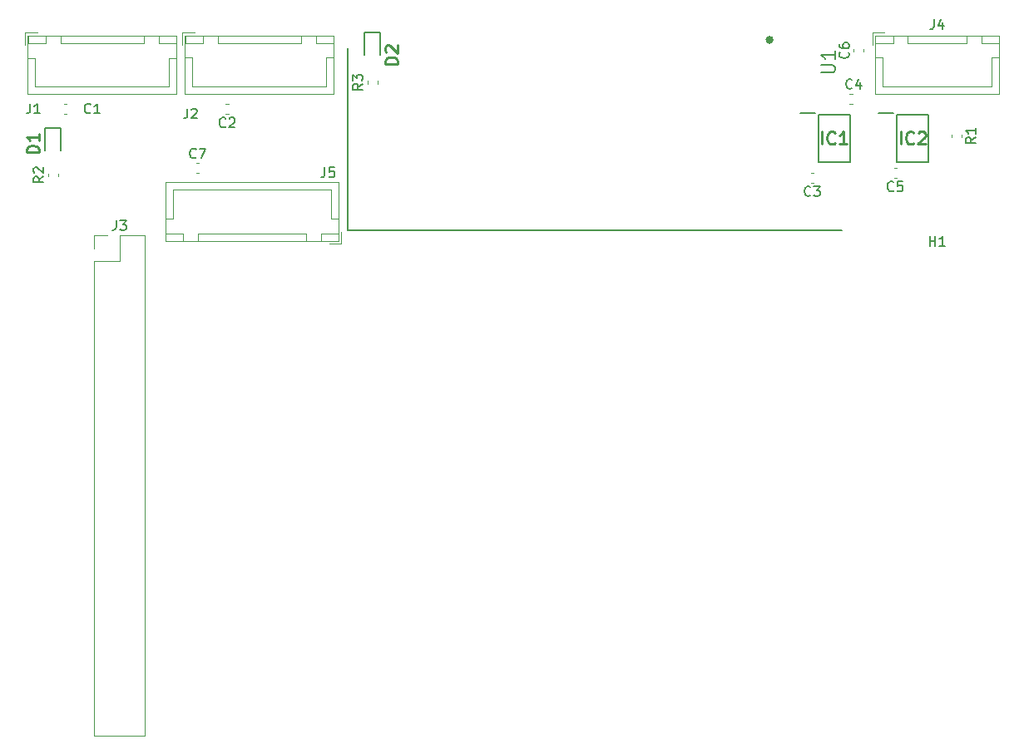
<source format=gto>
G04 #@! TF.GenerationSoftware,KiCad,Pcbnew,8.0.4*
G04 #@! TF.CreationDate,2024-08-27T21:55:02+09:00*
G04 #@! TF.ProjectId,MDC,4d44432e-6b69-4636-9164-5f7063625858,rev?*
G04 #@! TF.SameCoordinates,Original*
G04 #@! TF.FileFunction,Legend,Top*
G04 #@! TF.FilePolarity,Positive*
%FSLAX46Y46*%
G04 Gerber Fmt 4.6, Leading zero omitted, Abs format (unit mm)*
G04 Created by KiCad (PCBNEW 8.0.4) date 2024-08-27 21:55:02*
%MOMM*%
%LPD*%
G01*
G04 APERTURE LIST*
%ADD10C,0.254000*%
%ADD11C,0.150000*%
%ADD12C,0.200000*%
%ADD13C,0.120000*%
%ADD14C,0.127000*%
%ADD15C,0.400000*%
G04 APERTURE END LIST*
D10*
X51574318Y-62437381D02*
X50304318Y-62437381D01*
X50304318Y-62437381D02*
X50304318Y-62135000D01*
X50304318Y-62135000D02*
X50364794Y-61953571D01*
X50364794Y-61953571D02*
X50485746Y-61832619D01*
X50485746Y-61832619D02*
X50606699Y-61772142D01*
X50606699Y-61772142D02*
X50848603Y-61711666D01*
X50848603Y-61711666D02*
X51030032Y-61711666D01*
X51030032Y-61711666D02*
X51271937Y-61772142D01*
X51271937Y-61772142D02*
X51392889Y-61832619D01*
X51392889Y-61832619D02*
X51513842Y-61953571D01*
X51513842Y-61953571D02*
X51574318Y-62135000D01*
X51574318Y-62135000D02*
X51574318Y-62437381D01*
X51574318Y-60502142D02*
X51574318Y-61227857D01*
X51574318Y-60865000D02*
X50304318Y-60865000D01*
X50304318Y-60865000D02*
X50485746Y-60985952D01*
X50485746Y-60985952D02*
X50606699Y-61106904D01*
X50606699Y-61106904D02*
X50667175Y-61227857D01*
D11*
X52024819Y-64891666D02*
X51548628Y-65224999D01*
X52024819Y-65463094D02*
X51024819Y-65463094D01*
X51024819Y-65463094D02*
X51024819Y-65082142D01*
X51024819Y-65082142D02*
X51072438Y-64986904D01*
X51072438Y-64986904D02*
X51120057Y-64939285D01*
X51120057Y-64939285D02*
X51215295Y-64891666D01*
X51215295Y-64891666D02*
X51358152Y-64891666D01*
X51358152Y-64891666D02*
X51453390Y-64939285D01*
X51453390Y-64939285D02*
X51501009Y-64986904D01*
X51501009Y-64986904D02*
X51548628Y-65082142D01*
X51548628Y-65082142D02*
X51548628Y-65463094D01*
X51120057Y-64510713D02*
X51072438Y-64463094D01*
X51072438Y-64463094D02*
X51024819Y-64367856D01*
X51024819Y-64367856D02*
X51024819Y-64129761D01*
X51024819Y-64129761D02*
X51072438Y-64034523D01*
X51072438Y-64034523D02*
X51120057Y-63986904D01*
X51120057Y-63986904D02*
X51215295Y-63939285D01*
X51215295Y-63939285D02*
X51310533Y-63939285D01*
X51310533Y-63939285D02*
X51453390Y-63986904D01*
X51453390Y-63986904D02*
X52024819Y-64558332D01*
X52024819Y-64558332D02*
X52024819Y-63939285D01*
X67558333Y-62929580D02*
X67510714Y-62977200D01*
X67510714Y-62977200D02*
X67367857Y-63024819D01*
X67367857Y-63024819D02*
X67272619Y-63024819D01*
X67272619Y-63024819D02*
X67129762Y-62977200D01*
X67129762Y-62977200D02*
X67034524Y-62881961D01*
X67034524Y-62881961D02*
X66986905Y-62786723D01*
X66986905Y-62786723D02*
X66939286Y-62596247D01*
X66939286Y-62596247D02*
X66939286Y-62453390D01*
X66939286Y-62453390D02*
X66986905Y-62262914D01*
X66986905Y-62262914D02*
X67034524Y-62167676D01*
X67034524Y-62167676D02*
X67129762Y-62072438D01*
X67129762Y-62072438D02*
X67272619Y-62024819D01*
X67272619Y-62024819D02*
X67367857Y-62024819D01*
X67367857Y-62024819D02*
X67510714Y-62072438D01*
X67510714Y-62072438D02*
X67558333Y-62120057D01*
X67891667Y-62024819D02*
X68558333Y-62024819D01*
X68558333Y-62024819D02*
X68129762Y-63024819D01*
X70558333Y-59789580D02*
X70510714Y-59837200D01*
X70510714Y-59837200D02*
X70367857Y-59884819D01*
X70367857Y-59884819D02*
X70272619Y-59884819D01*
X70272619Y-59884819D02*
X70129762Y-59837200D01*
X70129762Y-59837200D02*
X70034524Y-59741961D01*
X70034524Y-59741961D02*
X69986905Y-59646723D01*
X69986905Y-59646723D02*
X69939286Y-59456247D01*
X69939286Y-59456247D02*
X69939286Y-59313390D01*
X69939286Y-59313390D02*
X69986905Y-59122914D01*
X69986905Y-59122914D02*
X70034524Y-59027676D01*
X70034524Y-59027676D02*
X70129762Y-58932438D01*
X70129762Y-58932438D02*
X70272619Y-58884819D01*
X70272619Y-58884819D02*
X70367857Y-58884819D01*
X70367857Y-58884819D02*
X70510714Y-58932438D01*
X70510714Y-58932438D02*
X70558333Y-58980057D01*
X70939286Y-58980057D02*
X70986905Y-58932438D01*
X70986905Y-58932438D02*
X71082143Y-58884819D01*
X71082143Y-58884819D02*
X71320238Y-58884819D01*
X71320238Y-58884819D02*
X71415476Y-58932438D01*
X71415476Y-58932438D02*
X71463095Y-58980057D01*
X71463095Y-58980057D02*
X71510714Y-59075295D01*
X71510714Y-59075295D02*
X71510714Y-59170533D01*
X71510714Y-59170533D02*
X71463095Y-59313390D01*
X71463095Y-59313390D02*
X70891667Y-59884819D01*
X70891667Y-59884819D02*
X71510714Y-59884819D01*
D10*
X88074318Y-53437381D02*
X86804318Y-53437381D01*
X86804318Y-53437381D02*
X86804318Y-53135000D01*
X86804318Y-53135000D02*
X86864794Y-52953571D01*
X86864794Y-52953571D02*
X86985746Y-52832619D01*
X86985746Y-52832619D02*
X87106699Y-52772142D01*
X87106699Y-52772142D02*
X87348603Y-52711666D01*
X87348603Y-52711666D02*
X87530032Y-52711666D01*
X87530032Y-52711666D02*
X87771937Y-52772142D01*
X87771937Y-52772142D02*
X87892889Y-52832619D01*
X87892889Y-52832619D02*
X88013842Y-52953571D01*
X88013842Y-52953571D02*
X88074318Y-53135000D01*
X88074318Y-53135000D02*
X88074318Y-53437381D01*
X86925270Y-52227857D02*
X86864794Y-52167381D01*
X86864794Y-52167381D02*
X86804318Y-52046428D01*
X86804318Y-52046428D02*
X86804318Y-51744047D01*
X86804318Y-51744047D02*
X86864794Y-51623095D01*
X86864794Y-51623095D02*
X86925270Y-51562619D01*
X86925270Y-51562619D02*
X87046222Y-51502142D01*
X87046222Y-51502142D02*
X87167175Y-51502142D01*
X87167175Y-51502142D02*
X87348603Y-51562619D01*
X87348603Y-51562619D02*
X88074318Y-52288333D01*
X88074318Y-52288333D02*
X88074318Y-51502142D01*
D11*
X142238095Y-71954819D02*
X142238095Y-70954819D01*
X142238095Y-71431009D02*
X142809523Y-71431009D01*
X142809523Y-71954819D02*
X142809523Y-70954819D01*
X143809523Y-71954819D02*
X143238095Y-71954819D01*
X143523809Y-71954819D02*
X143523809Y-70954819D01*
X143523809Y-70954819D02*
X143428571Y-71097676D01*
X143428571Y-71097676D02*
X143333333Y-71192914D01*
X143333333Y-71192914D02*
X143238095Y-71240533D01*
X138558333Y-66289580D02*
X138510714Y-66337200D01*
X138510714Y-66337200D02*
X138367857Y-66384819D01*
X138367857Y-66384819D02*
X138272619Y-66384819D01*
X138272619Y-66384819D02*
X138129762Y-66337200D01*
X138129762Y-66337200D02*
X138034524Y-66241961D01*
X138034524Y-66241961D02*
X137986905Y-66146723D01*
X137986905Y-66146723D02*
X137939286Y-65956247D01*
X137939286Y-65956247D02*
X137939286Y-65813390D01*
X137939286Y-65813390D02*
X137986905Y-65622914D01*
X137986905Y-65622914D02*
X138034524Y-65527676D01*
X138034524Y-65527676D02*
X138129762Y-65432438D01*
X138129762Y-65432438D02*
X138272619Y-65384819D01*
X138272619Y-65384819D02*
X138367857Y-65384819D01*
X138367857Y-65384819D02*
X138510714Y-65432438D01*
X138510714Y-65432438D02*
X138558333Y-65480057D01*
X139463095Y-65384819D02*
X138986905Y-65384819D01*
X138986905Y-65384819D02*
X138939286Y-65861009D01*
X138939286Y-65861009D02*
X138986905Y-65813390D01*
X138986905Y-65813390D02*
X139082143Y-65765771D01*
X139082143Y-65765771D02*
X139320238Y-65765771D01*
X139320238Y-65765771D02*
X139415476Y-65813390D01*
X139415476Y-65813390D02*
X139463095Y-65861009D01*
X139463095Y-65861009D02*
X139510714Y-65956247D01*
X139510714Y-65956247D02*
X139510714Y-66194342D01*
X139510714Y-66194342D02*
X139463095Y-66289580D01*
X139463095Y-66289580D02*
X139415476Y-66337200D01*
X139415476Y-66337200D02*
X139320238Y-66384819D01*
X139320238Y-66384819D02*
X139082143Y-66384819D01*
X139082143Y-66384819D02*
X138986905Y-66337200D01*
X138986905Y-66337200D02*
X138939286Y-66289580D01*
D10*
X131260237Y-61574318D02*
X131260237Y-60304318D01*
X132590714Y-61453365D02*
X132530238Y-61513842D01*
X132530238Y-61513842D02*
X132348809Y-61574318D01*
X132348809Y-61574318D02*
X132227857Y-61574318D01*
X132227857Y-61574318D02*
X132046428Y-61513842D01*
X132046428Y-61513842D02*
X131925476Y-61392889D01*
X131925476Y-61392889D02*
X131864999Y-61271937D01*
X131864999Y-61271937D02*
X131804523Y-61030032D01*
X131804523Y-61030032D02*
X131804523Y-60848603D01*
X131804523Y-60848603D02*
X131864999Y-60606699D01*
X131864999Y-60606699D02*
X131925476Y-60485746D01*
X131925476Y-60485746D02*
X132046428Y-60364794D01*
X132046428Y-60364794D02*
X132227857Y-60304318D01*
X132227857Y-60304318D02*
X132348809Y-60304318D01*
X132348809Y-60304318D02*
X132530238Y-60364794D01*
X132530238Y-60364794D02*
X132590714Y-60425270D01*
X133800238Y-61574318D02*
X133074523Y-61574318D01*
X133437380Y-61574318D02*
X133437380Y-60304318D01*
X133437380Y-60304318D02*
X133316428Y-60485746D01*
X133316428Y-60485746D02*
X133195476Y-60606699D01*
X133195476Y-60606699D02*
X133074523Y-60667175D01*
D11*
X133929580Y-52216666D02*
X133977200Y-52264285D01*
X133977200Y-52264285D02*
X134024819Y-52407142D01*
X134024819Y-52407142D02*
X134024819Y-52502380D01*
X134024819Y-52502380D02*
X133977200Y-52645237D01*
X133977200Y-52645237D02*
X133881961Y-52740475D01*
X133881961Y-52740475D02*
X133786723Y-52788094D01*
X133786723Y-52788094D02*
X133596247Y-52835713D01*
X133596247Y-52835713D02*
X133453390Y-52835713D01*
X133453390Y-52835713D02*
X133262914Y-52788094D01*
X133262914Y-52788094D02*
X133167676Y-52740475D01*
X133167676Y-52740475D02*
X133072438Y-52645237D01*
X133072438Y-52645237D02*
X133024819Y-52502380D01*
X133024819Y-52502380D02*
X133024819Y-52407142D01*
X133024819Y-52407142D02*
X133072438Y-52264285D01*
X133072438Y-52264285D02*
X133120057Y-52216666D01*
X133024819Y-51359523D02*
X133024819Y-51549999D01*
X133024819Y-51549999D02*
X133072438Y-51645237D01*
X133072438Y-51645237D02*
X133120057Y-51692856D01*
X133120057Y-51692856D02*
X133262914Y-51788094D01*
X133262914Y-51788094D02*
X133453390Y-51835713D01*
X133453390Y-51835713D02*
X133834342Y-51835713D01*
X133834342Y-51835713D02*
X133929580Y-51788094D01*
X133929580Y-51788094D02*
X133977200Y-51740475D01*
X133977200Y-51740475D02*
X134024819Y-51645237D01*
X134024819Y-51645237D02*
X134024819Y-51454761D01*
X134024819Y-51454761D02*
X133977200Y-51359523D01*
X133977200Y-51359523D02*
X133929580Y-51311904D01*
X133929580Y-51311904D02*
X133834342Y-51264285D01*
X133834342Y-51264285D02*
X133596247Y-51264285D01*
X133596247Y-51264285D02*
X133501009Y-51311904D01*
X133501009Y-51311904D02*
X133453390Y-51359523D01*
X133453390Y-51359523D02*
X133405771Y-51454761D01*
X133405771Y-51454761D02*
X133405771Y-51645237D01*
X133405771Y-51645237D02*
X133453390Y-51740475D01*
X133453390Y-51740475D02*
X133501009Y-51788094D01*
X133501009Y-51788094D02*
X133596247Y-51835713D01*
X146884819Y-60891666D02*
X146408628Y-61224999D01*
X146884819Y-61463094D02*
X145884819Y-61463094D01*
X145884819Y-61463094D02*
X145884819Y-61082142D01*
X145884819Y-61082142D02*
X145932438Y-60986904D01*
X145932438Y-60986904D02*
X145980057Y-60939285D01*
X145980057Y-60939285D02*
X146075295Y-60891666D01*
X146075295Y-60891666D02*
X146218152Y-60891666D01*
X146218152Y-60891666D02*
X146313390Y-60939285D01*
X146313390Y-60939285D02*
X146361009Y-60986904D01*
X146361009Y-60986904D02*
X146408628Y-61082142D01*
X146408628Y-61082142D02*
X146408628Y-61463094D01*
X146884819Y-59939285D02*
X146884819Y-60510713D01*
X146884819Y-60224999D02*
X145884819Y-60224999D01*
X145884819Y-60224999D02*
X146027676Y-60320237D01*
X146027676Y-60320237D02*
X146122914Y-60415475D01*
X146122914Y-60415475D02*
X146170533Y-60510713D01*
X84524819Y-55441666D02*
X84048628Y-55774999D01*
X84524819Y-56013094D02*
X83524819Y-56013094D01*
X83524819Y-56013094D02*
X83524819Y-55632142D01*
X83524819Y-55632142D02*
X83572438Y-55536904D01*
X83572438Y-55536904D02*
X83620057Y-55489285D01*
X83620057Y-55489285D02*
X83715295Y-55441666D01*
X83715295Y-55441666D02*
X83858152Y-55441666D01*
X83858152Y-55441666D02*
X83953390Y-55489285D01*
X83953390Y-55489285D02*
X84001009Y-55536904D01*
X84001009Y-55536904D02*
X84048628Y-55632142D01*
X84048628Y-55632142D02*
X84048628Y-56013094D01*
X83524819Y-55108332D02*
X83524819Y-54489285D01*
X83524819Y-54489285D02*
X83905771Y-54822618D01*
X83905771Y-54822618D02*
X83905771Y-54679761D01*
X83905771Y-54679761D02*
X83953390Y-54584523D01*
X83953390Y-54584523D02*
X84001009Y-54536904D01*
X84001009Y-54536904D02*
X84096247Y-54489285D01*
X84096247Y-54489285D02*
X84334342Y-54489285D01*
X84334342Y-54489285D02*
X84429580Y-54536904D01*
X84429580Y-54536904D02*
X84477200Y-54584523D01*
X84477200Y-54584523D02*
X84524819Y-54679761D01*
X84524819Y-54679761D02*
X84524819Y-54965475D01*
X84524819Y-54965475D02*
X84477200Y-55060713D01*
X84477200Y-55060713D02*
X84429580Y-55108332D01*
X66666666Y-57954819D02*
X66666666Y-58669104D01*
X66666666Y-58669104D02*
X66619047Y-58811961D01*
X66619047Y-58811961D02*
X66523809Y-58907200D01*
X66523809Y-58907200D02*
X66380952Y-58954819D01*
X66380952Y-58954819D02*
X66285714Y-58954819D01*
X67095238Y-58050057D02*
X67142857Y-58002438D01*
X67142857Y-58002438D02*
X67238095Y-57954819D01*
X67238095Y-57954819D02*
X67476190Y-57954819D01*
X67476190Y-57954819D02*
X67571428Y-58002438D01*
X67571428Y-58002438D02*
X67619047Y-58050057D01*
X67619047Y-58050057D02*
X67666666Y-58145295D01*
X67666666Y-58145295D02*
X67666666Y-58240533D01*
X67666666Y-58240533D02*
X67619047Y-58383390D01*
X67619047Y-58383390D02*
X67047619Y-58954819D01*
X67047619Y-58954819D02*
X67666666Y-58954819D01*
D10*
X139260237Y-61574318D02*
X139260237Y-60304318D01*
X140590714Y-61453365D02*
X140530238Y-61513842D01*
X140530238Y-61513842D02*
X140348809Y-61574318D01*
X140348809Y-61574318D02*
X140227857Y-61574318D01*
X140227857Y-61574318D02*
X140046428Y-61513842D01*
X140046428Y-61513842D02*
X139925476Y-61392889D01*
X139925476Y-61392889D02*
X139864999Y-61271937D01*
X139864999Y-61271937D02*
X139804523Y-61030032D01*
X139804523Y-61030032D02*
X139804523Y-60848603D01*
X139804523Y-60848603D02*
X139864999Y-60606699D01*
X139864999Y-60606699D02*
X139925476Y-60485746D01*
X139925476Y-60485746D02*
X140046428Y-60364794D01*
X140046428Y-60364794D02*
X140227857Y-60304318D01*
X140227857Y-60304318D02*
X140348809Y-60304318D01*
X140348809Y-60304318D02*
X140530238Y-60364794D01*
X140530238Y-60364794D02*
X140590714Y-60425270D01*
X141074523Y-60425270D02*
X141134999Y-60364794D01*
X141134999Y-60364794D02*
X141255952Y-60304318D01*
X141255952Y-60304318D02*
X141558333Y-60304318D01*
X141558333Y-60304318D02*
X141679285Y-60364794D01*
X141679285Y-60364794D02*
X141739761Y-60425270D01*
X141739761Y-60425270D02*
X141800238Y-60546222D01*
X141800238Y-60546222D02*
X141800238Y-60667175D01*
X141800238Y-60667175D02*
X141739761Y-60848603D01*
X141739761Y-60848603D02*
X141014047Y-61574318D01*
X141014047Y-61574318D02*
X141800238Y-61574318D01*
D11*
X131178588Y-54308478D02*
X132313847Y-54308478D01*
X132313847Y-54308478D02*
X132447407Y-54241698D01*
X132447407Y-54241698D02*
X132514187Y-54174918D01*
X132514187Y-54174918D02*
X132580966Y-54041358D01*
X132580966Y-54041358D02*
X132580966Y-53774239D01*
X132580966Y-53774239D02*
X132514187Y-53640679D01*
X132514187Y-53640679D02*
X132447407Y-53573899D01*
X132447407Y-53573899D02*
X132313847Y-53507119D01*
X132313847Y-53507119D02*
X131178588Y-53507119D01*
X132580966Y-52104741D02*
X132580966Y-52906100D01*
X132580966Y-52505420D02*
X131178588Y-52505420D01*
X131178588Y-52505420D02*
X131378928Y-52638980D01*
X131378928Y-52638980D02*
X131512488Y-52772540D01*
X131512488Y-52772540D02*
X131579268Y-52906100D01*
X59436666Y-69344819D02*
X59436666Y-70059104D01*
X59436666Y-70059104D02*
X59389047Y-70201961D01*
X59389047Y-70201961D02*
X59293809Y-70297200D01*
X59293809Y-70297200D02*
X59150952Y-70344819D01*
X59150952Y-70344819D02*
X59055714Y-70344819D01*
X59817619Y-69344819D02*
X60436666Y-69344819D01*
X60436666Y-69344819D02*
X60103333Y-69725771D01*
X60103333Y-69725771D02*
X60246190Y-69725771D01*
X60246190Y-69725771D02*
X60341428Y-69773390D01*
X60341428Y-69773390D02*
X60389047Y-69821009D01*
X60389047Y-69821009D02*
X60436666Y-69916247D01*
X60436666Y-69916247D02*
X60436666Y-70154342D01*
X60436666Y-70154342D02*
X60389047Y-70249580D01*
X60389047Y-70249580D02*
X60341428Y-70297200D01*
X60341428Y-70297200D02*
X60246190Y-70344819D01*
X60246190Y-70344819D02*
X59960476Y-70344819D01*
X59960476Y-70344819D02*
X59865238Y-70297200D01*
X59865238Y-70297200D02*
X59817619Y-70249580D01*
X142666666Y-48879819D02*
X142666666Y-49594104D01*
X142666666Y-49594104D02*
X142619047Y-49736961D01*
X142619047Y-49736961D02*
X142523809Y-49832200D01*
X142523809Y-49832200D02*
X142380952Y-49879819D01*
X142380952Y-49879819D02*
X142285714Y-49879819D01*
X143571428Y-49213152D02*
X143571428Y-49879819D01*
X143333333Y-48832200D02*
X143095238Y-49546485D01*
X143095238Y-49546485D02*
X143714285Y-49546485D01*
X50666666Y-57454819D02*
X50666666Y-58169104D01*
X50666666Y-58169104D02*
X50619047Y-58311961D01*
X50619047Y-58311961D02*
X50523809Y-58407200D01*
X50523809Y-58407200D02*
X50380952Y-58454819D01*
X50380952Y-58454819D02*
X50285714Y-58454819D01*
X51666666Y-58454819D02*
X51095238Y-58454819D01*
X51380952Y-58454819D02*
X51380952Y-57454819D01*
X51380952Y-57454819D02*
X51285714Y-57597676D01*
X51285714Y-57597676D02*
X51190476Y-57692914D01*
X51190476Y-57692914D02*
X51095238Y-57740533D01*
X134333333Y-55859580D02*
X134285714Y-55907200D01*
X134285714Y-55907200D02*
X134142857Y-55954819D01*
X134142857Y-55954819D02*
X134047619Y-55954819D01*
X134047619Y-55954819D02*
X133904762Y-55907200D01*
X133904762Y-55907200D02*
X133809524Y-55811961D01*
X133809524Y-55811961D02*
X133761905Y-55716723D01*
X133761905Y-55716723D02*
X133714286Y-55526247D01*
X133714286Y-55526247D02*
X133714286Y-55383390D01*
X133714286Y-55383390D02*
X133761905Y-55192914D01*
X133761905Y-55192914D02*
X133809524Y-55097676D01*
X133809524Y-55097676D02*
X133904762Y-55002438D01*
X133904762Y-55002438D02*
X134047619Y-54954819D01*
X134047619Y-54954819D02*
X134142857Y-54954819D01*
X134142857Y-54954819D02*
X134285714Y-55002438D01*
X134285714Y-55002438D02*
X134333333Y-55050057D01*
X135190476Y-55288152D02*
X135190476Y-55954819D01*
X134952381Y-54907200D02*
X134714286Y-55621485D01*
X134714286Y-55621485D02*
X135333333Y-55621485D01*
X130108333Y-66789580D02*
X130060714Y-66837200D01*
X130060714Y-66837200D02*
X129917857Y-66884819D01*
X129917857Y-66884819D02*
X129822619Y-66884819D01*
X129822619Y-66884819D02*
X129679762Y-66837200D01*
X129679762Y-66837200D02*
X129584524Y-66741961D01*
X129584524Y-66741961D02*
X129536905Y-66646723D01*
X129536905Y-66646723D02*
X129489286Y-66456247D01*
X129489286Y-66456247D02*
X129489286Y-66313390D01*
X129489286Y-66313390D02*
X129536905Y-66122914D01*
X129536905Y-66122914D02*
X129584524Y-66027676D01*
X129584524Y-66027676D02*
X129679762Y-65932438D01*
X129679762Y-65932438D02*
X129822619Y-65884819D01*
X129822619Y-65884819D02*
X129917857Y-65884819D01*
X129917857Y-65884819D02*
X130060714Y-65932438D01*
X130060714Y-65932438D02*
X130108333Y-65980057D01*
X130441667Y-65884819D02*
X131060714Y-65884819D01*
X131060714Y-65884819D02*
X130727381Y-66265771D01*
X130727381Y-66265771D02*
X130870238Y-66265771D01*
X130870238Y-66265771D02*
X130965476Y-66313390D01*
X130965476Y-66313390D02*
X131013095Y-66361009D01*
X131013095Y-66361009D02*
X131060714Y-66456247D01*
X131060714Y-66456247D02*
X131060714Y-66694342D01*
X131060714Y-66694342D02*
X131013095Y-66789580D01*
X131013095Y-66789580D02*
X130965476Y-66837200D01*
X130965476Y-66837200D02*
X130870238Y-66884819D01*
X130870238Y-66884819D02*
X130584524Y-66884819D01*
X130584524Y-66884819D02*
X130489286Y-66837200D01*
X130489286Y-66837200D02*
X130441667Y-66789580D01*
X80666666Y-63954819D02*
X80666666Y-64669104D01*
X80666666Y-64669104D02*
X80619047Y-64811961D01*
X80619047Y-64811961D02*
X80523809Y-64907200D01*
X80523809Y-64907200D02*
X80380952Y-64954819D01*
X80380952Y-64954819D02*
X80285714Y-64954819D01*
X81619047Y-63954819D02*
X81142857Y-63954819D01*
X81142857Y-63954819D02*
X81095238Y-64431009D01*
X81095238Y-64431009D02*
X81142857Y-64383390D01*
X81142857Y-64383390D02*
X81238095Y-64335771D01*
X81238095Y-64335771D02*
X81476190Y-64335771D01*
X81476190Y-64335771D02*
X81571428Y-64383390D01*
X81571428Y-64383390D02*
X81619047Y-64431009D01*
X81619047Y-64431009D02*
X81666666Y-64526247D01*
X81666666Y-64526247D02*
X81666666Y-64764342D01*
X81666666Y-64764342D02*
X81619047Y-64859580D01*
X81619047Y-64859580D02*
X81571428Y-64907200D01*
X81571428Y-64907200D02*
X81476190Y-64954819D01*
X81476190Y-64954819D02*
X81238095Y-64954819D01*
X81238095Y-64954819D02*
X81142857Y-64907200D01*
X81142857Y-64907200D02*
X81095238Y-64859580D01*
X56833333Y-58359580D02*
X56785714Y-58407200D01*
X56785714Y-58407200D02*
X56642857Y-58454819D01*
X56642857Y-58454819D02*
X56547619Y-58454819D01*
X56547619Y-58454819D02*
X56404762Y-58407200D01*
X56404762Y-58407200D02*
X56309524Y-58311961D01*
X56309524Y-58311961D02*
X56261905Y-58216723D01*
X56261905Y-58216723D02*
X56214286Y-58026247D01*
X56214286Y-58026247D02*
X56214286Y-57883390D01*
X56214286Y-57883390D02*
X56261905Y-57692914D01*
X56261905Y-57692914D02*
X56309524Y-57597676D01*
X56309524Y-57597676D02*
X56404762Y-57502438D01*
X56404762Y-57502438D02*
X56547619Y-57454819D01*
X56547619Y-57454819D02*
X56642857Y-57454819D01*
X56642857Y-57454819D02*
X56785714Y-57502438D01*
X56785714Y-57502438D02*
X56833333Y-57550057D01*
X57785714Y-58454819D02*
X57214286Y-58454819D01*
X57500000Y-58454819D02*
X57500000Y-57454819D01*
X57500000Y-57454819D02*
X57404762Y-57597676D01*
X57404762Y-57597676D02*
X57309524Y-57692914D01*
X57309524Y-57692914D02*
X57214286Y-57740533D01*
D12*
X52175000Y-59925000D02*
X52175000Y-62225000D01*
X53825000Y-59925000D02*
X52175000Y-59925000D01*
X53825000Y-62225000D02*
X53825000Y-59925000D01*
D13*
X52490000Y-64865580D02*
X52490000Y-64584420D01*
X53510000Y-64865580D02*
X53510000Y-64584420D01*
X67584420Y-63490000D02*
X67865580Y-63490000D01*
X67584420Y-64510000D02*
X67865580Y-64510000D01*
X70865580Y-57490000D02*
X70584420Y-57490000D01*
X70865580Y-58510000D02*
X70584420Y-58510000D01*
D12*
X84675000Y-50200000D02*
X84675000Y-52500000D01*
X86325000Y-50200000D02*
X84675000Y-50200000D01*
X86325000Y-52500000D02*
X86325000Y-50200000D01*
D13*
X138865580Y-63990000D02*
X138584420Y-63990000D01*
X138865580Y-65010000D02*
X138584420Y-65010000D01*
D12*
X129025000Y-58420000D02*
X130550000Y-58420000D01*
X130900000Y-58550000D02*
X134100000Y-58550000D01*
X130900000Y-63450000D02*
X130900000Y-58550000D01*
X134100000Y-58550000D02*
X134100000Y-63450000D01*
X134100000Y-63450000D02*
X130900000Y-63450000D01*
D13*
X134490000Y-52190580D02*
X134490000Y-51909420D01*
X135510000Y-52190580D02*
X135510000Y-51909420D01*
X144490000Y-60584420D02*
X144490000Y-60865580D01*
X145510000Y-60584420D02*
X145510000Y-60865580D01*
X84990000Y-55415580D02*
X84990000Y-55134420D01*
X86010000Y-55415580D02*
X86010000Y-55134420D01*
X66150000Y-50225000D02*
X66150000Y-51475000D01*
X66440000Y-50515000D02*
X66440000Y-56485000D01*
X66440000Y-56485000D02*
X81560000Y-56485000D01*
X66450000Y-50525000D02*
X66450000Y-51275000D01*
X66450000Y-51275000D02*
X68250000Y-51275000D01*
X66450000Y-52775000D02*
X67200000Y-52775000D01*
X67200000Y-52775000D02*
X67200000Y-55725000D01*
X67200000Y-55725000D02*
X74000000Y-55725000D01*
X67400000Y-50225000D02*
X66150000Y-50225000D01*
X68250000Y-50525000D02*
X66450000Y-50525000D01*
X68250000Y-51275000D02*
X68250000Y-50525000D01*
X69750000Y-50525000D02*
X69750000Y-51275000D01*
X69750000Y-51275000D02*
X78250000Y-51275000D01*
X78250000Y-50525000D02*
X69750000Y-50525000D01*
X78250000Y-51275000D02*
X78250000Y-50525000D01*
X79750000Y-50525000D02*
X79750000Y-51275000D01*
X79750000Y-51275000D02*
X81550000Y-51275000D01*
X80800000Y-52775000D02*
X80800000Y-55725000D01*
X80800000Y-55725000D02*
X74000000Y-55725000D01*
X81550000Y-50525000D02*
X79750000Y-50525000D01*
X81550000Y-51275000D02*
X81550000Y-50525000D01*
X81550000Y-52775000D02*
X80800000Y-52775000D01*
X81560000Y-50515000D02*
X66440000Y-50515000D01*
X81560000Y-56485000D02*
X81560000Y-50515000D01*
D12*
X137050000Y-58420000D02*
X138550000Y-58420000D01*
X138900000Y-58550000D02*
X142100000Y-58550000D01*
X138900000Y-63450000D02*
X138900000Y-58550000D01*
X142100000Y-58550000D02*
X142100000Y-63450000D01*
X142100000Y-63450000D02*
X138900000Y-63450000D01*
D14*
X83015000Y-70390000D02*
X83015000Y-51850000D01*
X133305000Y-70390000D02*
X83015000Y-70390000D01*
D15*
X126140000Y-50960000D02*
G75*
G02*
X125740000Y-50960000I-200000J0D01*
G01*
X125740000Y-50960000D02*
G75*
G02*
X126140000Y-50960000I200000J0D01*
G01*
D13*
X57170000Y-70890000D02*
X58500000Y-70890000D01*
X57170000Y-72220000D02*
X57170000Y-70890000D01*
X57170000Y-73490000D02*
X57170000Y-121810000D01*
X57170000Y-73490000D02*
X59770000Y-73490000D01*
X57170000Y-121810000D02*
X62370000Y-121810000D01*
X59770000Y-70890000D02*
X62370000Y-70890000D01*
X59770000Y-73490000D02*
X59770000Y-70890000D01*
X62370000Y-70890000D02*
X62370000Y-121810000D01*
X136400000Y-50225000D02*
X136400000Y-51475000D01*
X136690000Y-50515000D02*
X136690000Y-56485000D01*
X136690000Y-56485000D02*
X149310000Y-56485000D01*
X136700000Y-50525000D02*
X136700000Y-51275000D01*
X136700000Y-51275000D02*
X138500000Y-51275000D01*
X136700000Y-52775000D02*
X137450000Y-52775000D01*
X137450000Y-52775000D02*
X137450000Y-55725000D01*
X137450000Y-55725000D02*
X143000000Y-55725000D01*
X137650000Y-50225000D02*
X136400000Y-50225000D01*
X138500000Y-50525000D02*
X136700000Y-50525000D01*
X138500000Y-51275000D02*
X138500000Y-50525000D01*
X140000000Y-50525000D02*
X140000000Y-51275000D01*
X140000000Y-51275000D02*
X146000000Y-51275000D01*
X146000000Y-50525000D02*
X140000000Y-50525000D01*
X146000000Y-51275000D02*
X146000000Y-50525000D01*
X147500000Y-50525000D02*
X147500000Y-51275000D01*
X147500000Y-51275000D02*
X149300000Y-51275000D01*
X148550000Y-52775000D02*
X148550000Y-55725000D01*
X148550000Y-55725000D02*
X143000000Y-55725000D01*
X149300000Y-50525000D02*
X147500000Y-50525000D01*
X149300000Y-51275000D02*
X149300000Y-50525000D01*
X149300000Y-52775000D02*
X148550000Y-52775000D01*
X149310000Y-50515000D02*
X136690000Y-50515000D01*
X149310000Y-56485000D02*
X149310000Y-50515000D01*
X50150000Y-50250000D02*
X50150000Y-51500000D01*
X50440000Y-50540000D02*
X50440000Y-56510000D01*
X50440000Y-56510000D02*
X65560000Y-56510000D01*
X50450000Y-50550000D02*
X50450000Y-51300000D01*
X50450000Y-51300000D02*
X52250000Y-51300000D01*
X50450000Y-52800000D02*
X51200000Y-52800000D01*
X51200000Y-52800000D02*
X51200000Y-55750000D01*
X51200000Y-55750000D02*
X58000000Y-55750000D01*
X51400000Y-50250000D02*
X50150000Y-50250000D01*
X52250000Y-50550000D02*
X50450000Y-50550000D01*
X52250000Y-51300000D02*
X52250000Y-50550000D01*
X53750000Y-50550000D02*
X53750000Y-51300000D01*
X53750000Y-51300000D02*
X62250000Y-51300000D01*
X62250000Y-50550000D02*
X53750000Y-50550000D01*
X62250000Y-51300000D02*
X62250000Y-50550000D01*
X63750000Y-50550000D02*
X63750000Y-51300000D01*
X63750000Y-51300000D02*
X65550000Y-51300000D01*
X64800000Y-52800000D02*
X64800000Y-55750000D01*
X64800000Y-55750000D02*
X58000000Y-55750000D01*
X65550000Y-50550000D02*
X63750000Y-50550000D01*
X65550000Y-51300000D02*
X65550000Y-50550000D01*
X65550000Y-52800000D02*
X64800000Y-52800000D01*
X65560000Y-50540000D02*
X50440000Y-50540000D01*
X65560000Y-56510000D02*
X65560000Y-50540000D01*
X134365580Y-56490000D02*
X134084420Y-56490000D01*
X134365580Y-57510000D02*
X134084420Y-57510000D01*
X130415580Y-64490000D02*
X130134420Y-64490000D01*
X130415580Y-65510000D02*
X130134420Y-65510000D01*
X64440000Y-65490000D02*
X64440000Y-71460000D01*
X64440000Y-71460000D02*
X82060000Y-71460000D01*
X64450000Y-69200000D02*
X65200000Y-69200000D01*
X64450000Y-70700000D02*
X64450000Y-71450000D01*
X64450000Y-71450000D02*
X66250000Y-71450000D01*
X65200000Y-66250000D02*
X73250000Y-66250000D01*
X65200000Y-69200000D02*
X65200000Y-66250000D01*
X66250000Y-70700000D02*
X64450000Y-70700000D01*
X66250000Y-71450000D02*
X66250000Y-70700000D01*
X67750000Y-70700000D02*
X67750000Y-71450000D01*
X67750000Y-71450000D02*
X78750000Y-71450000D01*
X78750000Y-70700000D02*
X67750000Y-70700000D01*
X78750000Y-71450000D02*
X78750000Y-70700000D01*
X80250000Y-70700000D02*
X80250000Y-71450000D01*
X80250000Y-71450000D02*
X82050000Y-71450000D01*
X81100000Y-71750000D02*
X82350000Y-71750000D01*
X81300000Y-66250000D02*
X73250000Y-66250000D01*
X81300000Y-69200000D02*
X81300000Y-66250000D01*
X82050000Y-69200000D02*
X81300000Y-69200000D01*
X82050000Y-70700000D02*
X80250000Y-70700000D01*
X82050000Y-71450000D02*
X82050000Y-70700000D01*
X82060000Y-65490000D02*
X64440000Y-65490000D01*
X82060000Y-71460000D02*
X82060000Y-65490000D01*
X82350000Y-71750000D02*
X82350000Y-70500000D01*
X54415580Y-57490000D02*
X54134420Y-57490000D01*
X54415580Y-58510000D02*
X54134420Y-58510000D01*
M02*

</source>
